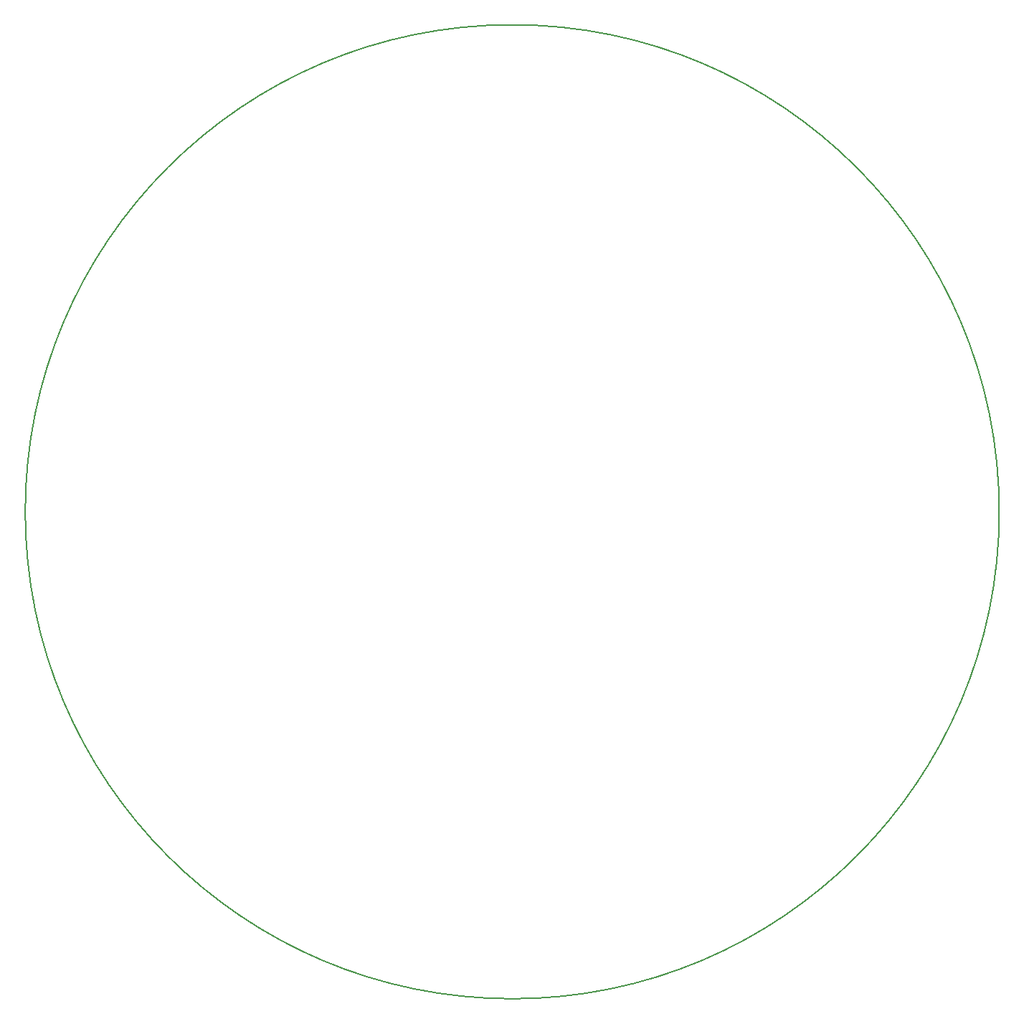
<source format=gbr>
%TF.GenerationSoftware,KiCad,Pcbnew,8.0.1*%
%TF.CreationDate,2024-07-22T15:22:36+09:00*%
%TF.ProjectId,Main-20240325,4d61696e-2d32-4303-9234-303332352e6b,rev?*%
%TF.SameCoordinates,Original*%
%TF.FileFunction,Profile,NP*%
%FSLAX46Y46*%
G04 Gerber Fmt 4.6, Leading zero omitted, Abs format (unit mm)*
G04 Created by KiCad (PCBNEW 8.0.1) date 2024-07-22 15:22:36*
%MOMM*%
%LPD*%
G01*
G04 APERTURE LIST*
%TA.AperFunction,Profile*%
%ADD10C,0.200000*%
%TD*%
G04 APERTURE END LIST*
D10*
X57500000Y0D02*
G75*
G02*
X-57500000Y0I-57500000J0D01*
G01*
X-57500000Y0D02*
G75*
G02*
X57500000Y0I57500000J0D01*
G01*
M02*

</source>
